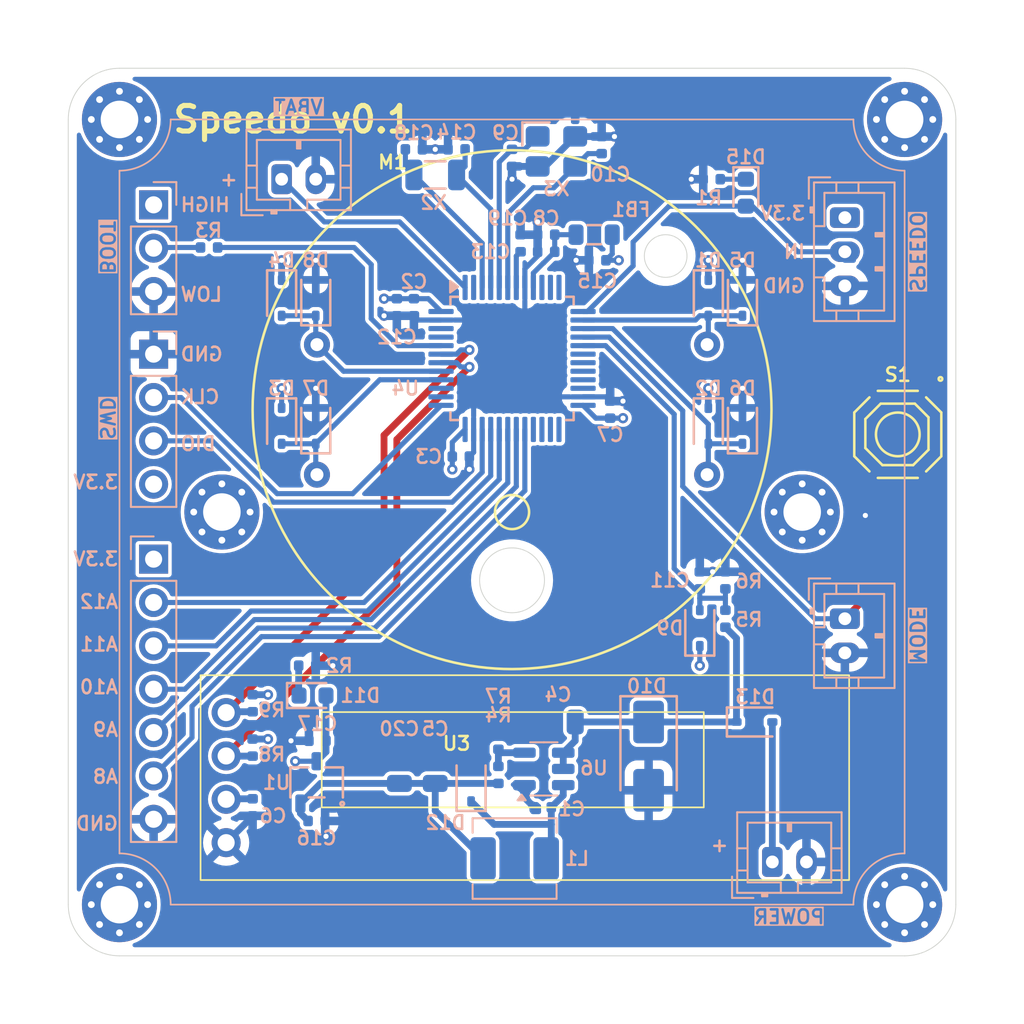
<source format=kicad_pcb>
(kicad_pcb (version 20240108) (generator "pcbnew") (generator_version "8.0")
  (layers (0 "F.Cu" signal) (1 "In1.Cu" signal) (2 "In2.Cu" signal) (31 "B.Cu" signal) (34 "B.Paste" user) (35 "F.Paste" user) (36 "B.SilkS" user "B.Silkscreen") (37 "F.SilkS" user "F.Silkscreen") (38 "B.Mask" user) (39 "F.Mask" user) (44 "Edge.Cuts" user))
  (net 0 "")
  (net 1 "M3")
  (net 2 "M1")
  (net 3 "M2")
  (net 4 "M4")
  (net 5 "+3.3V")
  (net 6 "+5V")
  (net 7 "GND")
  (net 15 "+12V")
  (net 16 "Net-(U6-SW)")
  (net 17 "Net-(U6-BST)")
  (net 18 "VOLTS")
  (net 20 "Net-(U4-PD0)")
  (net 21 "Net-(U4-PD1)")
  (net 24 "Net-(D11-Pad1)")
  (net 25 "SDA")
  (net 26 "SCK")
  (net 27 "SPEEDO")
  (net 28 "Net-(D15-Pad1)")
  (net 32 "Net-(U4-PC15)")
  (net 33 "Net-(U4-PC14)")
  (net 34 "Net-(J6-Pin_2)")
  (net 36 "MODE")
  (net 37 "Net-(U4-BOOT0)")
  (net 39 "+3.3VA")
  (net 40 "Net-(J1-Pin_2)")
  (net 41 "Net-(J1-Pin_3)")
  (net 42 "Net-(U4-NRST)")
  (net 43 "Net-(J5-Pin_1)")
  (net 44 "PA8")
  (net 45 "PA12")
  (net 46 "PA11")
  (net 47 "PA10")
  (net 48 "PA9")
  (net 53 "Net-(J4-Pin_1)")
  (net 54 "Net-(U6-FB)")
  (footprint "PCM_JLCPCB:SW-SMD_4P-L5.1-W5.1-P3.70-LS6.5-TL-2" (layer "F.Cu") (at 122.6 95.45 -90)
    (property "Reference" "S1")
    (property "Value" "Tactile Button, 160gf" (hide yes))
  )
  (footprint "MountingHole:MountingHole_2.2mm_M2_Pad_Via" (layer "F.Cu") (at 77 123)
    (property "Reference" "REF**" (hide yes))
    (property "Value" "MountingHole_2.2mm_M2_Pad_Via" (hide yes))
  )
  (footprint "MountingHole:MountingHole_2.2mm_M2_Pad_Via" (layer "F.Cu") (at 77 77)
    (property "Reference" "REF**" (hide yes))
    (property "Value" "MountingHole_2.2mm_M2_Pad_Via" (hide yes))
  )
  (footprint "footprints:X27_168" (layer "F.Cu") (at 100 100)
    (property "Reference" "M1")
    (property "Value" "X27_128" (hide yes))
  )
  (footprint "MountingHole:MountingHole_2.2mm_M2_Pad_Via" (layer "F.Cu") (at 117 100)
    (property "Reference" "REF**" (hide yes))
    (property "Value" "MountingHole_2.2mm_M2_Pad_Via" (hide yes))
  )
  (footprint "MountingHole:MountingHole_2.2mm_M2_Pad_Via" (layer "F.Cu") (at 123 77)
    (property "Reference" "REF**" (hide yes))
    (property "Value" "MountingHole_2.2mm_M2_Pad_Via" (hide yes))
  )
  (footprint "footprints:OLED_128_32" (layer "F.Cu") (at 81.75 109.56)
    (property "Reference" "U3")
    (property "Value" "OLED_128x32" (hide yes))
  )
  (footprint "MountingHole:MountingHole_2.2mm_M2_Pad_Via" (layer "F.Cu") (at 83 100)
    (property "Reference" "REF**" (hide yes))
    (property "Value" "MountingHole_2.2mm_M2_Pad_Via" (hide yes))
  )
  (footprint "MountingHole:MountingHole_2.2mm_M2_Pad_Via" (layer "F.Cu") (at 123 123)
    (property "Reference" "REF**" (hide yes))
    (property "Value" "MountingHole_2.2mm_M2_Pad_Via" (hide yes))
  )
  (footprint "PCM_JLCPCB:C_0402" (layer "B.Cu") (at 93.25 88 -90)
    (property "Reference" "C12")
    (property "Value" "10uF" (hide yes))
  )
  (footprint "PCM_JLCPCB:C_0402" (layer "B.Cu") (at 102 83.75 180)
    (property "Reference" "C8")
    (property "Value" "10nF" (hide yes))
  )
  (footprint "PCM_JLCPCB:C_0402" (layer "B.Cu") (at 111 104 90)
    (property "Reference" "C11")
    (property "Value" "100nF" (hide yes))
  )
  (footprint "PCM_JLCPCB:FB_0805" (layer "B.Cu") (at 104.81 83.75)
    (property "Reference" "FB1")
    (property "Value" "~" (hide yes))
  )
  (footprint "PCM_JLCPCB:R_0402" (layer "B.Cu") (at 84.8 111.2 -90)
    (property "Reference" "R9")
    (property "Value" "4.7kΩ" (hide yes))
  )
  (footprint "Connector_JST:JST_PH_B2B-PH-K_1x02_P2.00mm_Vertical" (layer "B.Cu") (at 86.5 80.5)
    (property "Reference" "J5" (hide yes))
    (property "Value" "VBAT" (hide yes))
  )
  (footprint "PCM_JLCPCB:D_0603" (layer "B.Cu") (at 113.7 81.29 -90)
    (property "Reference" "D15")
    (property "Value" "Red" (hide yes))
  )
  (footprint "PCM_JLCPCB:C_0402" (layer "B.Cu") (at 88.6 113.4 180)
    (property "Reference" "C17")
    (property "Value" "1uF" (hide yes))
  )
  (footprint "PCM_JLCPCB:C_0402" (layer "B.Cu") (at 102 84.75 180)
    (property "Reference" "C13")
    (property "Value" "1uF" (hide yes))
  )
  (footprint "PCM_JLCPCB:C_0402" (layer "B.Cu") (at 105 85.25 180)
    (property "Reference" "C15")
    (property "Value" "1uF" (hide yes))
  )
  (footprint "PCM_JLCPCB:R_0402" (layer "B.Cu") (at 99.2 113.4 90)
    (property "Reference" "R7")
    (property "Value" "2kΩ" (hide yes))
  )
  (footprint "Connector_JST:JST_PH_B2B-PH-K_1x02_P2.00mm_Vertical" (layer "B.Cu") (at 115.25 120.5)
    (property "Reference" "J4" (hide yes))
    (property "Value" "Power" (hide yes))
  )
  (footprint "PCM_JLCPCB:D_SOD-323" (layer "B.Cu") (at 113.5 87.45 90)
    (property "Reference" "D5")
    (property "Value" "1N5819WS" (hide yes))
  )
  (footprint "PCM_JLCPCB:C_0402" (layer "B.Cu") (at 96.75 78.75)
    (property "Reference" "C14")
    (property "Value" "15pF" (hide yes))
  )
  (footprint "PCM_JLCPCB:D_SOD-323" (layer "B.Cu") (at 111.5 87.45 -90)
    (property "Reference" "D1")
    (property "Value" "1N5819WS" (hide yes))
  )
  (footprint "PCM_JLCPCB:C_0402" (layer "B.Cu") (at 97 96.75)
    (property "Reference" "C3")
    (property "Value" "100nF" (hide yes))
  )
  (footprint "PCM_JLCPCB:C_0402" (layer "B.Cu") (at 105.75 94 90)
    (property "Reference" "C7")
    (property "Value" "100nF" (hide yes))
  )
  (footprint "PCM_JLCPCB:R_0402" (layer "B.Cu") (at 99.2 115.4 90)
    (property "Reference" "R4")
    (property "Value" "10kΩ" (hide yes))
  )
  (footprint "Connector_PinSocket_2.54mm:PinSocket_1x07_P2.54mm_Vertical" (layer "B.Cu") (at 79 102.76 180)
    (property "Reference" "J7" (hide yes))
    (property "Value" "Breakout" (hide yes))
  )
  (footprint "PCM_JLCPCB:D_SOD-323" (layer "B.Cu") (at 86.5 87.45 -90)
    (property "Reference" "D4")
    (property "Value" "1N5819WS" (hide yes))
  )
  (footprint "PCM_JLCPCB:R_0402" (layer "B.Cu") (at 82.25 84.5 180)
    (property "Reference" "R3")
    (property "Value" "10kΩ" (hide yes))
  )
  (footprint "PCM_JLCPCB:D_SOD-323" (layer "B.Cu") (at 88.5 94.95 90)
    (property "Reference" "D7")
    (property "Value" "1N5819WS" (hide yes))
  )
  (footprint "PCM_JLCPCB:R_0402" (layer "B.Cu") (at 111.7 80.5 180)
    (property "Reference" "R1")
    (property "Value" "51Ω" (hide yes))
  )
  (footprint "PCM_JLCPCB:C_0402" (layer "B.Cu") (at 105.25 78.5 -90)
    (property "Reference" "C10")
    (property "Value" "10pF" (hide yes))
  )
  (footprint "PCM_JLCPCB:D_SOD-323" (layer "B.Cu") (at 113.5 94.95 90)
    (property "Reference" "D6")
    (property "Value" "1N5819WS" (hide yes))
  )
  (footprint "Connector_PinHeader_2.54mm:PinHeader_1x04_P2.54mm_Vertical" (layer "B.Cu") (at 79 90.75 180)
    (property "Reference" "J1" (hide yes))
    (property "Value" "Debug" (hide yes))
  )
  (footprint "PCM_JLCPCB:LQFP-48_7x7mm_P0.5mm" (layer "B.Cu") (at 100 91 -90)
    (property "Reference" "U4")
    (property "Value" "STM32F103C8T6" (hide yes))
  )
  (footprint "PCM_JLCPCB:C_0402" (layer "B.Cu") (at 94.25 78.75 180)
    (property "Reference" "C18")
    (property "Value" "15pF" (hide yes))
  )
  (footprint "PCM_JLCPCB:D_SOD-323" (layer "B.Cu") (at 114.2 112.3)
    (property "Reference" "D13")
    (property "Value" "1N5819WS" (hide yes))
  )
  (footprint "PCM_JLCPCB:R_0402" (layer "B.Cu") (at 112.5 106.25 90)
    (property "Reference" "R5")
    (property "Value" "22kΩ" (hide yes))
  )
  (footprint "Connector_PinHeader_2.54mm:PinHeader_1x03_P2.54mm_Vertical" (layer "B.Cu") (at 79 82 180)
    (property "Reference" "J6" (hide yes))
    (property "Value" "BOOT" (hide yes))
  )
  (footprint "PCM_JLCPCB:FC-135R_L3.2-W1.5" (layer "B.Cu") (at 95.5 80.25 180)
    (property "Reference" "X2")
    (property "Value" "Q13FC1350000400" (hide yes))
  )
  (footprint "PCM_JLCPCB:R_0402" (layer "B.Cu") (at 112.5 104 90)
    (property "Reference" "R6")
    (property "Value" "4.7kΩ" (hide yes))
  )
  (footprint "PCM_JLCPCB:D_SOD-323" (layer "B.Cu") (at 97.6 115.9 90)
    (property "Reference" "D12")
    (property "Value" "1N5819WS" (hide yes))
  )
  (footprint "PCM_JLCPCB:D_0603" (layer "B.Cu") (at 88.31 110.75)
    (property "Reference" "D11")
    (property "Value" "Red" (hide yes))
  )
  (footprint "PCM_JLCPCB:R_0402" (layer "B.Cu") (at 84.8 113.8 -90)
    (property "Reference" "R8")
    (property "Value" "4.7kΩ" (hide yes))
  )
  (footprint "PCM_JLCPCB:C_0805" (layer "B.Cu") (at 93.4 114.95 90)
    (property "Reference" "C20")
    (property "Value" "22uF" (hide yes))
  )
  (footprint "Connector_JST:JST_PH_B2B-PH-K_1x02_P2.00mm_Vertical" (layer "B.Cu") (at 119.5 106.25 -90)
    (property "Reference" "J2" (hide yes))
    (property "Value" "Mode" (hide yes))
  )
  (footprint "Connector_JST:JST_PH_B3B-PH-K_1x03_P2.00mm_Vertical" (layer "B.Cu") (at 119.5 82.75 -90)
    (property "Reference" "J3" (hide yes))
    (property "Value" "Speedo" (hide yes))
  )
  (footprint "PCM_JLCPCB:SOT-23-3_L2.9-W1.6-P1.90-LS2.8-BR" (layer "B.Cu") (at 88.55 115.84 -90)
    (property "Reference" "U1")
    (property "Value" "XC6206P332MR" (hide yes))
  )
  (footprint "PCM_JLCPCB:C_0402" (layer "B.Cu") (at 100.5 84.25 -90)
    (property "Reference" "C19")
    (property "Value" "100nF" (hide yes))
  )
  (footprint "Inductor_SMD:L_Sunlord_MWSA0402S" (layer "B.Cu") (at 100.15 120.3 180)
    (property "Reference" "L1")
    (property "Value" "FXL0420-100-M" (hide yes))
  )
  (footprint "PCM_JLCPCB:D_SOD-323" (layer "B.Cu") (at 111 106.8 90)
    (property "Reference" "D9")
    (property "Value" "1N5819WS" (hide yes))
  )
  (footprint "Package_TO_SOT_SMD:SOT-23-6" (layer "B.Cu") (at 101.8625 115.05)
    (property "Reference" "U6")
    (property "Value" "LGS5145" (hide yes))
  )
  (footprint "PCM_JLCPCB:D_SMA" (layer "B.Cu") (at 108 114.3 -90)
    (property "Reference" "D10")
    (property "Value" "SMAJ16A" (hide yes))
  )
  (footprint "PCM_JLCPCB:C_0402" (layer "B.Cu") (at 84.8 117.3 -90)
    (property "Reference" "C6")
    (property "Value" "100nF" (hide yes))
  )
  (footprint "PCM_JLCPCB:C_0402" (layer "B.Cu") (at 94.25 88 -90)
    (property "Reference" "C2")
    (property "Value" "100nF" (hide yes))
  )
  (footprint "PCM_JLCPCB:D_SOD-323" (layer "B.Cu") (at 111.5 94.95 -90)
    (property "Reference" "D2")
    (property "Value" "1N5819WS" (hide yes))
  )
  (footprint "PCM_JLCPCB:D_SOD-323" (layer "B.Cu") (at 88.5 87.45 90)
    (property "Reference" "D8")
    (property "Value" "1N5819WS" (hide yes))
  )
  (footprint "PCM_JLCPCB:C_0402" (layer "B.Cu") (at 101.8 117.3)
    (property "Reference" "C1")
    (property "Value" "100nF" (hide yes))
  )
  (footprint "PCM_JLCPCB:C_0805" (layer "B.Cu") (at 95.5 114.95 90)
    (property "Reference" "C5")
    (property "Value" "10uF" (hide yes))
  )
  (footprint "PCM_JLCPCB:R_0402" (layer "B.Cu") (at 88 109)
    (property "Reference" "R2")
    (property "Value" "51Ω" (hide yes))
  )
  (footprint "PCM_JLCPCB:D_SOD-323" (layer "B.Cu") (at 86.5 94.95 -90)
    (property "Reference" "D3")
    (property "Value" "1N5819WS" (hide yes))
  )
  (footprint "PCM_JLCPCB:C_0402" (layer "B.Cu") (at 100 79.25 90)
    (property "Reference" "C9")
    (property "Value" "10pF" (hide yes))
  )
  (footprint "PCM_JLCPCB:C_0402" (layer "B.Cu") (at 88.55 118.1)
    (property "Reference" "C16")
    (property "Value" "1uF" (hide yes))
  )
  (footprint "PCM_JLCPCB:OSC-SMD_4P-L3.2-W2.5-BL" (layer "B.Cu") (at 102.6 78.87)
    (property "Reference" "X3")
    (property "Value" "X322516MLB4SI" (hide yes))
  )
  (footprint "PCM_JLCPCB:C_0805" (layer "B.Cu") (at 102.75 112.3 180)
    (property "Reference" "C4")
    (property "Value" "10uF" (hide yes))
  )
  (gr_arc (start 77 120) (mid 79.12132 120.87868) (end 80 123) (stroke (width 0.1)) (layer "B.SilkS"))
  (gr_line (start 119.999999 122.999999) (end 80 123) (stroke (width 0.1)) (layer "B.SilkS"))
  (gr_arc (start 80.000001 77.000001) (mid 79.121321 79.121321) (end 77.000001 80.000001) (stroke (width 0.1)) (layer "B.SilkS"))
  (gr_line (start 77 120) (end 77.000001 80.000001) (stroke (width 0.1)) (layer "B.SilkS"))
  (gr_line (start 122.999999 80.000001) (end 122.999999 119.999999) (stroke (width 0.1)) (layer "B.SilkS"))
  (gr_arc (start 122.999999 80.000001) (mid 120.878679 79.121321) (end 119.999999 77.000001) (stroke (width 0.1)) (layer "B.SilkS"))
  (gr_arc (start 119.999999 122.999999) (mid 120.878679 120.878679) (end 122.999999 119.999999) (stroke (width 0.1)) (layer "B.SilkS"))
  (gr_line (start 80.000001 77.000001) (end 119.999999 77.000001) (stroke (width 0.1)) (layer "B.SilkS"))
  (gr_line (start 77 74) (end 123 74) (stroke (width 0.05)) (layer "Edge.Cuts"))
  (gr_arc (start 123 74) (mid 125.12132 74.87868) (end 126 77) (stroke (width 0.05)) (layer "Edge.Cuts"))
  (gr_line (start 74 123) (end 74 77) (stroke (width 0.05)) (layer "Edge.Cuts"))
  (gr_line (start 126 77) (end 126 123) (stroke (width 0.05)) (layer "Edge.Cuts"))
  (gr_circle (center 109 85) (end 108.25 84) (stroke (width 0.05)) (fill none) (layer "Edge.Cuts"))
  (gr_circle (center 100 104) (end 101.9 104) (stroke (width 0.05)) (fill none) (layer "Edge.Cuts"))
  (gr_arc (start 126 123) (mid 125.12132 125.12132) (end 123 126) (stroke (width 0.05)) (layer "Edge.Cuts"))
  (gr_arc (start 74 77) (mid 74.87868 74.87868) (end 77 74) (stroke (width 0.05)) (layer "Edge.Cuts"))
  (gr_arc (start 77 126) (mid 74.87868 125.12132) (end 74 123) (stroke (width 0.05)) (layer "Edge.Cuts"))
  (gr_line (start 123 126) (end 77 126) (stroke (width 0.05)) (layer "Edge.Cuts"))
  (gr_text "POWER" (at 116.25 123.25 0) (layer "B.SilkS" knockout) (effects (font (size 0.8 0.8)) (justify top mirror)))
  (gr_text "DIO" (at 80.5 96 0) (layer "B.SilkS") (effects (font (size 0.8 0.8)) (justify right mirror)))
  (gr_text "MODE" (at 123.25 107.25 270) (layer "B.SilkS" knockout) (effects (font (size 0.8 0.8)) (justify bottom mirror)))
  (gr_text "LOW" (at 80.5 87.25 0) (layer "B.SilkS") (effects (font (size 0.8 0.8) (thickness 0.15) (bold yes)) (justify right mirror)))
  (gr_text "HIGH" (at 80.5 82 0) (layer "B.SilkS") (effects (font (size 0.8 0.8) (thickness 0.15) (bold yes)) (justify right mirror)))
  (gr_text "A8" (at 77 115.5 0) (layer "B.SilkS") (effects (font (size 0.8 0.8)) (justify left mirror)))
  (gr_text "A10" (at 77 110.25 0) (layer "B.SilkS") (effects (font (size 0.8 0.8)) (justify left mirror)))
  (gr_text "SPEEDO" (at 123.25 84.75 270) (layer "B.SilkS" knockout) (effects (font (size 0.8 0.8)) (justify bottom mirror)))
  (gr_text "+" (at 84 80.5 0) (layer "B.SilkS") (effects (font (size 0.8 0.8)) (justify left mirror)))
  (gr_text "A11" (at 77 107.75 0) (layer "B.SilkS") (effects (font (size 0.8 0.8)) (justify left mirror)))
  (gr_text "BOOT" (at 76.75 84.5 270) (layer "B.SilkS" knockout) (effects (font (size 0.8 0.8)) (justify top mirror)))
  (gr_text "CLK" (at 80.5 93.25 0) (layer "B.SilkS") (effects (font (size 0.8 0.8)) (justify right mirror)))
  (gr_text "A9" (at 77 112.75 0) (layer "B.SilkS") (effects (font (size 0.8 0.8)) (justify left mirror)))
  (gr_text "IN" (at 117.25 84.75 0) (layer "B.SilkS") (effects (font (size 0.8 0.8)) (justify left mirror)))
  (gr_text "GND" (at 80.5 90.75 0) (layer "B.SilkS") (effects (font (size 0.8 0.8)) (justify right mirror)))
  (gr_text "GND" (at 77 118.25 0) (layer "B.SilkS") (effects (font (size 0.8 0.8)) (justify left mirror)))
  (gr_text "A12" (at 77 105.25 0) (layer "B.SilkS") (effects (font (size 0.8 0.8)) (justify left mirror)))
  (gr_text "VBAT" (at 87.5 76.75 0) (layer "B.SilkS" knockout) (effects (font (size 0.8 0.8)) (justify bottom mirror)))
  (gr_text "GND" (at 117.25 86.75 0) (layer "B.SilkS") (effects (font (size 0.8 0.8)) (justify left mirror)))
  (gr_text "3.3V" (at 77 98.25 0) (layer "B.SilkS") (effects (font (size 0.8 0.8)) (justify left mirror)))
  (gr_text "3.3V" (at 77 102.75 0) (layer "B.SilkS") (effects (font (size 0.8 0.8)) (justify left mirror)))
  (gr_text "3.3V" (at 117.25 82.5 0) (layer "B.SilkS") (effects (font (size 0.8 0.8)) (justify left mirror)))
  (gr_text "SWD" (at 76.75 94.5 270) (layer "B.SilkS" knockout) (effects (font (size 0.8 0.8)) (justify top mirror)))
  (gr_text "+" (at 112.75 119.5 0) (layer "B.SilkS") (effects (font (size 0.8 0.8)) (justify left mirror)))
  (gr_text "Speedo v0.1" (at 80 77 0) (layer "F.SilkS") (effects (font (size 1.5 1.5) (thickness 0.3) (bold yes)) (justify left)))
  (segment (start 111.5 88.5) (end 111.5 90.12) (width 0.3) (layer "B.Cu") (net 1))
  (segment (start 111 88.5) (end 110.75 88.75) (width 0.3) (layer "B.Cu") (net 1))
  (segment (start 113.5 88.5) (end 111.5 88.5) (width 0.3) (layer "B.Cu") (net 1))
  (segment (start 111.5 90.12) (end 111.43 90.19) (width 0.3) (layer "B.Cu") (net 1))
  (segment (start 111.5 88.5) (end 111 88.5) (width 0.3) (layer "B.Cu") (net 1))
  (segment (start 110.75 88.75) (end 104.16 88.75) (width 0.3) (layer "B.Cu") (net 1))
  (segment (start 88.5 97.74) (end 88.57 97.81) (width 0.3) (layer "B.Cu") (net 2))
  (segment (start 92.25 92.25) (end 88.5 96) (width 0.3) (layer "B.Cu") (net 2))
  (segment (start 88.5 96) (end 88.5 97.74) (width 0.3) (layer "B.Cu") (net 2))
  (segment (start 95.84 92.25) (end 92.25 92.25) (width 0.3) (layer "B.Cu") (net 2))
  (segment (start 86.5 96) (end 88.5 96) (width 0.3) (layer "B.Cu") (net 2))
  (segment (start 88.5 88.5) (end 88.5 90.12) (width 0.3) (layer "B.Cu") (net 3))
  (segment (start 95.84 91.75) (end 90.13 91.75) (width 0.3) (layer "B.Cu") (net 3))
  (segment (start 88.5 90.12) (end 88.57 90.19) (width 0.3) (layer "B.Cu") (net 3))
  (segment (start 90.13 91.75) (end 88.57 90.19) (width 0.3) (layer "B.Cu") (net 3))
  (segment (start 86.5 88.5) (end 88.5 88.5) (width 0.3) (layer "B.Cu") (net 3))
  (segment (start 111.5 96) (end 111.5 97.74) (width 0.3) (layer "B.Cu") (net 4))
  (segment (start 111.5 96) (end 113.5 96) (width 0.3) (layer "B.Cu") (net 4))
  (segment (start 104.16 89.25) (end 105.892808 89.25) (width 0.3) (layer "B.Cu") (net 4))
  (segment (start 111.5 97.74) (end 111.43 97.81) (width 0.3) (layer "B.Cu") (net 4))
  (segment (start 111.5 94.857192) (end 111.5 96) (width 0.3) (layer "B.Cu") (net 4))
  (segment (start 105.892808 89.25) (end 111.5 94.857192) (width 0.3) (layer "B.Cu") (net 4))
  (via (at 111.5 92.75) (size 0.6) (drill 0.3) (layers "F.Cu" "B.Cu") (net 5))
  (via (at 86.5 85.25) (size 0.6) (drill 0.3) (layers "F.Cu" "B.Cu") (net 5))
  (via (at 92.5 87.5) (size 0.6) (drill 0.3) (layers "F.Cu" "B.Cu") (net 5))
  (via (at 87.3 114.6) (size 0.6) (drill 0.3) (layers "F.Cu" "B.Cu") (net 5))
  (via (at 85.7 110.7) (size 0.6) (drill 0.3) (layers "F.Cu" "B.Cu") (net 5))
  (via (at 96.5 97.5) (size 0.6) (drill 0.3) (layers "F.Cu" "B.Cu") (net 5))
  (via (at 106.25 85.25) (size 0.6) (drill 0.3) (layers "F.Cu" "B.Cu") (net 5))
  (via (at 86.5 92.75) (size 0.6) (drill 0.3) (layers "F.Cu" "B.Cu") (net 5))
  (via (at 111.5 85.25) (size 0.6) (drill 0.3) (layers "F.Cu" "B.Cu") (net 5))
  (via (at 85.7 113.3) (size 0.6) (drill 0.3) (layers "F.Cu" "B.Cu") (net 5))
  (via (at 111 109) (size 0.6) (drill 0.3) (layers "F.Cu" "B.Cu") (net 5))
  (via (at 106.5 94.5) (size 0.6) (drill 0.3) (layers "F.Cu" "B.Cu") (net 5))
  (segment (start 89.1 114.05) (end 88.55 114.6) (width 0.4) (layer "B.Cu") (net 5))
  (segment (start 96.5 96.75) (end 96.5 97.5) (width 0.3) (layer "B.Cu") (net 5))
  (segment (start 105.87 84.88) (end 105.5 85.25) (width 0.3) (layer "B.Cu") (net 5))
  (segment (start 95.09 87.5) (end 94.25 87.5) (width 0.3) (layer "B.Cu") (net 5))
  (segment (start 86.5 93.9) (end 86.5 92.75) (width 0.3) (layer "B.Cu") (net 5))
  (segment (start 84.8 116.8) (end 83.28 116.8) (width 0.4) (layer "B.Cu") (net 5))
  (segment (start 89.1 110.75) (end 89.1 113.6) (width 0.4) (layer "B.Cu") (net 5))
  (segment (start 89.1 113.6) (end 89.1 114.05) (width 0.4) (layer "B.Cu") (net 5))
  (segment (start 86.5 86.4) (end 86.5 86.5) (width 0.4) (layer "B.Cu") (net 5))
  (segment (start 93.25 87.5) (end 92.5 87.5) (width 0.3) (layer "B.Cu") (net 5))
  (segment (start 104.91 94.5) (end 104.16 93.75) (width 0.3) (layer "B.Cu") (net 5))
  (segment (start 95.84 88.25) (end 95.09 87.5) (width 0.3) (layer "B.Cu") (net 5))
  (segment (start 105.5 85.25) (end 106.25 85.25) (width 0.3) (layer "B.Cu") (net 5))
  (segment (start 105.87 83.75) (end 105.87 84.88) (width 0.3) (layer "B.Cu") (net 5))
  (segment (start 88.55 114.6) (end 87.3 114.6) (width 0.3) (layer "B.Cu") (net 5))
  (segment (start 86.5 86.4) (end 86.5 85.25) (width 0.4) (layer "B.Cu") (net 5))
  (segment (start 84.8 110.7) (end 85.7 110.7) (width 0.4) (layer "B.Cu") (net 5))
  (segment (start 111 107.85) (end 111 109) (width 0.3) (layer "B.Cu") (net 5))
  (segment (start 105.75 94.5) (end 104.91 94.5) (width 0.3) (layer "B.Cu") (net 5))
  (segment (start 96.5 95.91) (end 97.25 95.16) (width 0.3) (layer "B.Cu") (net 5))
  (segment (start 84.8 113.3) (end 85.7 113.3) (width 0.4) (layer "B.Cu") (net 5))
  (segment (start 111.5 86.4) (end 111.5 85.25) (width 0.4) (layer "B.Cu") (net 5))
  (segment (start 96.5 96.75) (end 96.5 95.91) (width 0.3) (layer "B.Cu") (net 5))
  (segment (start 105.75 94.5) (end 106.5 94.5) (width 0.3) (layer "B.Cu") (net 5))
  (segment (start 83.28 116.8) (end 83.25 116.83) (width 0.4) (layer "B.Cu") (net 5))
  (segment (start 94.25 87.5) (end 93.25 87.5) (width 0.3) (layer "B.Cu") (net 5))
  (segment (start 111.5 93.9) (end 111.5 92.75) (width 0.4) (layer "B.Cu") (net 5))
  (segment (start 87.6 117.65) (end 88.05 118.1) (width 0.4) (layer "B.Cu") (net 6))
  (segment (start 99.2 115.9) (end 95.5 115.9) (width 0.4) (layer "B.Cu") (net 6))
  (segment (start 93.4 115.9) (end 88.78 115.9) (width 0.4) (layer "B.Cu") (net 6))
  (segment (start 95.5 115.9) (end 95.5 117.5) (width 0.4) (layer "B.Cu") (net 6))
  (segment (start 87.6 117.08) (end 87.6 117.65) (width 0.4) (layer "B.Cu") (net 6))
  (segment (start 95.5 117.5) (end 98.3 120.3) (width 0.4) (layer "B.Cu") (net 6))
  (segment (start 88.78 115.9) (end 87.6 117.08) (width 0.4) (layer "B.Cu") (net 6))
  (segment (start 95.5 115.9) (end 93.4 115.9) (width 0.4) (layer "B.Cu") (net 6))
  (segment (start 120.75 100.15) (end 120.7 100.2) (width 0.4) (layer "F.Cu") (net 7))
  (segment (start 120.75 98.75) (end 120.75 100.15) (width 0.4) (layer "F.Cu") (net 7))
  (via (at 97.5 97.5) (size 0.6) (drill 0.3) (layers "F.Cu" "B.Cu") (net 7))
  (via (at 89.1 119) (size 0.6) (drill 0.3) (layers "F.Cu" "B.Cu") (net 7))
  (via (at 113.5 85.25) (size 0.6) (drill 0.3) (layers "F.Cu" "B.Cu") (net 7))
  (via (at 92.5 88.5) (size 0.6) (drill 0.3) (layers "F.Cu" "B.Cu") (net 7))
  (via (at 100 80.5) (size 0.6) (drill 0.3) (layers "F.Cu" "B.Cu") (net 7))
  (via (at 89.5 109) (size 0.6) (drill 0.3) (layers "F.Cu" "B.Cu") (net 7))
  (via (at 95.5 78.75) (size 0.6) (drill 0.3) (layers "F.Cu" "B.Cu") (net 7))
  (via (at 110.5 80.5) (size 0.6) (drill 0.3) (layers "F.Cu" "B.Cu") (net 7))
  (via (at 88.5 92.75) (size 0.6) (drill 0.3) (layers "F.Cu" "B.Cu") (net 7))
  (via (at 120.7 100.2) (size 0.6) (drill 0.3) (layers "F.Cu" "B.Cu") (net 7))
  (via (at 101.5 83) (size 0.6) (drill 0.3) (layers "F.Cu" "B.Cu") (net 7))
  (via (at 106.5 93.5) (size 0.6) (drill 0.3) (layers "F.Cu" "B.Cu") (net 7))
  (via (at 88.5 85.25) (size 0.6) (drill 0.3) (layers "F.Cu" "B.Cu") (net 7))
  (via (at 113.5 92.75) (size 0.6) (drill 0.3) (layers "F.Cu" "B.Cu") (net 7))
  (via (at 111.75 103.5) (size 0.6) (drill 0.3) (layers "F.Cu" "B.Cu") (net 7))
  (via (at 106 78) (size 0.6) (drill 0.3) (layers "F.Cu" "B.Cu") (net 7))
  (via (at 87.05 113.4) (size 0.6) (drill 0.3) (layers "F.Cu" "B.Cu") (net 7))
  (via (at 103.75 85.25) (size 0.6) (drill 0.3) (layers "F.Cu" "B.Cu") (net 7))
  (segment (start 94.75 78.75) (end 95.5 78.75) (width 0.3) (layer "B.Cu") (net 7))
  (segment (start 101.5 79.75) (end 100 79.75) (width 0.4) (layer "B.Cu") (net 7))
  (segment (start 97.5 96.75) (end 97.75 96.5) (width 0.3) (layer "B.Cu") (net 7))
  (segment (start 105.5 93.25) (end 105.75 93.5) (width 0.3) (layer "B.Cu") (net 7))
  (segment (start 94.25 88.5) (end 93.25 88.5) (width 0.3) (layer "B.Cu") (net 7))
  (segment (start 101.94 79.75) (end 103.7 77.99) (width 0.4) (layer "B.Cu") (net 7))
  (segment (start 84.8 117.8) (end 84.8 117.82) (width 0.4) (layer "B.Cu") (net 7))
  (segment (start 95.84 88.75) (end 94.5 88.75) (width 0.3) (layer "B.Cu") (net 7))
  (segment (start 105.75 93.5) (end 106.5 93.5) (width 0.3) (layer "B.Cu") (net 7))
  (segment (start 100 79.75) (end 100 80.5) (width 0.4) (layer "B.Cu") (net 7))
  (segment (start 104.16 93.25) (end 105.5 93.25) (width 0.3) (layer "B.Cu") (net 7))
  (segment (start 105.25 78) (end 103.71 78) (width 0.4) (layer "B.Cu") (net 7))
  (segment (start 93.25 88.5) (end 92.5 88.5) (width 0.3) (layer "B.Cu") (net 7))
  (segment (start 97.75 96.5) (end 97.75 95.16) (width 0.3) (layer "B.Cu") (net 7))
  (segment (start 88.5 109) (end 89.5 109) (width 0.4) (layer "B.Cu") (net 7))
  (segment (start 89.05 117.53) (end 89.5 117.08) (width 0.4) (layer "B.Cu") (net 7))
  (segment (start 94.5 88.75) (end 94.25 88.5) (width 0.3) (layer "B.Cu") (net 7))
  (segment (start 113.5 86.4) (end 113.5 85.25) (width 0.4) (layer "B.Cu") (net 7))
  (segment (start 96.25 78.75) (end 95.5 78.75) (width 0.3) (layer "B.Cu") (net 7))
  (segment (start 101.5 84.75) (end 101.5 85) (width 0.3) (layer "B.Cu") (net 7))
  (segment (start 89.05 118.1) (end 89.05 118.95) (width 0.4) (layer "B.Cu") (net 7))
  (segment (start 113.5 93.9) (end 113.5 92.75) (width 0.4) (layer "B.Cu") (net 7))
  (segment (start 100.75 85.75) (end 100.75 86.84) (width 0.3) (layer "B.Cu") (net 7))
  (segment (start 88.5 86.4) (end 88.5 85.25) (width 0.3) (layer "B.Cu") (net 7))
  (segment (start 104.5 85.25) (end 103.75 85.25) (width 0.3) (layer "B.Cu") (net 7))
  (segment (start 88.05 113.4) (end 87.05 113.4) (width 0.4) (layer "B.Cu") (net 7))
  (segment (start 101.5 85) (end 100.75 85.75) (width 0.3) (layer "B.Cu") (net 7))
  (segment (start 111 103.5) (end 111.75 103.5) (width 0.4) (layer "B.Cu") (net 7))
  (segment (start 101.5 83.75) (end 100.5 83.75) (width 0.3) (layer "B.Cu") (net 7))
  (segment (start 84.8 117.82) (end 83.25 119.37) (width 0.4) (layer "B.Cu") (net 7))
  (segment (start 111.25 80.5) (end 110.5 80.5) (width 0.3) (layer "B.Cu") (net 7))
  (segment (start 88.5 93.9) (end 88.5 92.75) (width 0.3) (layer "B.Cu") (net 7))
  (segment (start 89.05 118.1) (end 89.05 117.53) (width 0.4) (layer "B.Cu") (net 7))
  (segment (start 101.5 84.75) (end 101.5 83.75) (width 0.3) (layer "B.Cu") (net 7))
  (segment (start 97.5 96.75) (end 97.5 97.5) (width 0.3) (layer "B.Cu") (net 7))
  (segment (start 101.5 79.75) (end 101.94 79.75) (width 0.4) (layer "B.Cu") (net 7))
  (segment (start 112.5 103.5) (end 111.75 103.5) (width 0.4) (layer "B.Cu") (net 7))
  (segment (start 103.71 78) (end 103.7 77.99) (width 0.4) (layer "B.Cu") (net 7))
  (segment (start 105.25 78) (end 106 78) (width 0.4) (layer "B.Cu") (net 7))
  (segment (start 101.5 83.75) (end 101.5 83) (width 0.3) (layer "B.Cu") (net 7))
  (segment (start 89.05 118.95) (end 89.1 119) (width 0.4) (layer "B.Cu") (net 7))
  (segment (start 103.7 113.4) (end 103 114.1) (width 0.4) (layer "B.Cu") (net 15))
  (segment (start 108 112.3) (end 103.7 112.3) (width 0.4) (layer "B.Cu") (net 15))
  (segment (start 103.7 112.3) (end 103.7 113.4) (width 0.4) (layer "B.Cu") (net 15))
  (segment (start 113.15 107.4) (end 113.15 112.3) (width 0.4) (layer "B.Cu") (net 15))
  (segment (start 103 114.1) (end 103 115.05) (width 0.4) (layer "B.Cu") (net 15))
  (segment (start 113.15 112.3) (end 108 112.3) (width 0.4) (layer "B.Cu") (net 15))
  (segment (start 113.15 107.4) (end 112.5 106.75) (width 0.4) (layer "B.Cu") (net 15))
  (segment (start 97.6 116.95) (end 98.95 118.3) (width 0.4) (layer "B.Cu") (net 16))
  (segment (start 103 116.6) (end 102.3 117.3) (width 0.4) (layer "B.Cu") (net 16))
  (segment (start 103 116) (end 103 116.6) (width 0.4) (layer "B.Cu") (net 16))
  (segment (start 102.3 120) (end 102 120.3) (width 0.4) (layer "B.Cu") (net 16))
  (segment (start 98.95 118.3) (end 102.3 118.3) (width 0.4) (layer "B.Cu") (net 16))
  (segment (start 102.3 118.3) (end 102.3 120) (width 0.4) (layer "B.Cu") (net 16))
  (segment (start 102.3 117.3) (end 102.3 118.3) (width 0.4) (layer "B.Cu") (net 16))
  (segment (start 100.725 116.725) (end 101.3 117.3) (width 0.4) (layer "B.Cu") (net 17))
  (segment (start 100.725 116) (end 100.725 116.725) (width 0.4) (layer "B.Cu") (net 17))
  (segment (start 110.690001 104.5) (end 109.5 103.309999) (width 0.3) (layer "B.Cu") (net 18))
  (segment (start 112.5 105.05) (end 112.5 105.75) (width 0.3) (layer "B.Cu") (net 18))
  (segment (start 109.5 103.309999) (end 109.5 94.271404) (width 0.3) (layer "B.Cu") (net 18))
  (segment (start 112.5 104.5) (end 112.5 105.05) (width 0.3) (layer "B.Cu") (net 18))
  (segment (start 111 105.05) (end 111 105.75) (width 0.3) (layer "B.Cu") (net 18))
  (segment (start 112.5 105.05) (end 111 105.05) (width 0.3) (layer "B.Cu") (net 18))
  (segment (start 105.478596 90.25) (end 104.16 90.25) (width 0.3) (layer "B.Cu") (net 18))
  (segment (start 109.5 94.271404) (end 105.478596 90.25) (width 0.3) (layer "B.Cu") (net 18))
  (segment (start 111 104.5) (end 110.690001 104.5) (width 0.3) (layer "B.Cu") (net 18))
  (segment (start 111 104.5) (end 111 105.05) (width 0.3) (layer "B.Cu") (net 18))
  (segment (start 99.993154 78.75) (end 100 78.75) (width 0.3) (layer "B.Cu") (net 20))
  (segment (start 100.74 78.75) (end 101.5 77.99) (width 0.3) (layer "B.Cu") (net 20))
  (segment (start 100 78.75) (end 100.74 78.75) (width 0.3) (layer "B.Cu") (net 20))
  (segment (start 99.25 79.493154) (end 99.993154 78.75) (width 0.3) (layer "B.Cu") (net 20))
  (segment (start 99.25 86.84) (end 99.25 79.493154) (width 0.3) (layer "B.Cu") (net 20))
  (segment (start 103.7 79.75) (end 102.45 81) (width 0.3) (layer "B.Cu") (net 21))
  (segment (start 101.25 81) (end 99.75 82.5) (width 0.3) (layer "B.Cu") (net 21))
  (segment (start 99.75 82.5) (end 99.75 86.84) (width 0.3) (layer "B.Cu") (net 21))
  (segment (start 102.45 81) (end 101.25 81) (width 0.3) (layer "B.Cu") (net 21))
  (segment (start 105.25 79) (end 104.45 79) (width 0.3) (layer "B.Cu") (net 21))
  (segment (start 104.45 79) (end 103.7 79.75) (width 0.3) (layer "B.Cu") (net 21))
  (segment (start 87.5 109) (end 87.5 110.73) (width 0.4) (layer "B.Cu") (net 24))
  (segment (start 92.5 102.5) (end 83.25 111.75) (width 0.4) (layer "F.Cu") (net 25))
  (segment (start 97.5 90.5) (end 92.5 95.5) (width 0.4) (layer "F.Cu") (net 25))
  (segment (start 92.5 95.5) (end 92.5 102.5) (width 0.4) (layer "F.Cu") (net 25))
  (via (at 97.5 90.5) (size 0.6) (drill 0.3) (layers "F.Cu" "B.Cu") (net 25))
  (segment (start 83.3 111.7) (end 83.25 111.75) (width 0.4) (layer "B.Cu") (net 25))
  (segment (start 97 90.5) (end 97.5 90.5) (width 0.3) (layer "B.Cu") (net 25))
  (segment (start 84.8 111.7) (end 83.3 111.7) (width 0.4) (layer "B.Cu") (net 25))
  (segment (start 95.84 90.75) (end 96.75 90.75) (width 0.3) (layer "B.Cu") (net 25))
  (segment (start 96.75 90.75) (end 97 90.5) (width 0.3) (layer "B.Cu") (net 25))
  (segment (start 93.25 104.25) (end 93.25 103.7) (width 0.4) (layer "F.Cu") (net 26))
  (segment (start 97.5 91.5) (end 93.25 95.75) (width 0.4) (layer "F.Cu") (net 26))
  (segment (start 83.25 114.25) (end 93.25 104.25) (width 0.4) (layer "F.Cu") (net 26))
  (segment (start 83.25 114.29) (end 83.25 114.25) (width 0.4) (layer "F.Cu") (net 26))
  (segment (start 93.25 95.75) (end 93.25 103.7) (width 0.4) (layer "F.Cu") (net 26))
  (via (at 97.5 91.5) (size 0.6) (drill 0.3) (layers "F.Cu" "B.Cu") (net 26))
  (segment (start 96.75 91.25) (end 97 91.5) (width 0.3) (layer "B.Cu") (net 26))
  (segment (start 97 91.5) (end 97.5 91.5) (width 0.3) (layer "B.Cu") (net 26))
  (segment (start 84.8 114.3) (end 83.26 114.3) (width 0.4) (layer "B.Cu") (net 26))
  (segment (start 83.26 114.3) (end 83.25 114.29) (width 0.4) (layer "B.Cu") (net 26))
  (segment (start 95.84 91.25) (end 96.75 91.25) (width 0.3) (layer "B.Cu") (net 26))
  (segment (start 113.75 82.08) (end 109.193407 82.08) (width 0.3) (layer "B.Cu") (net 27))
  (segment (start 116.75 84.75) (end 119.5 84.75) (width 0.3) (layer "B.Cu") (net 27))
  (segment (start 109.193407 82.08) (end 107.093272 84.180135) (width 0.3) (layer "B.Cu") (net 27))
  (segment (start 107.093272 84.180135) (end 107.093272 85.575967) (width 0.3) (layer "B.Cu") (net 27))
  (segment (start 107.093272 85.575967) (end 104.419239 88.25) (width 0.3) (layer "B.Cu") (net 27))
  (segment (start 119.5 85.25) (end 120 85.25) (width 0.3) (layer "B.Cu") (net 27))
  (segment (start 104.419239 88.25) (end 104.16 88.25) (width 0.3) (layer "B.Cu") (net 27))
  (segment (start 114.08 82.08) (end 116.75 84.75) (width 0.3) (layer "B.Cu") (net 27))
  (segment (start 113.75 82.08) (end 114.08 82.08) (width 0.3) (layer "B.Cu") (net 27))
  (segment (start 113.75 80.5) (end 112.25 80.5) (width 0.3) (layer "B.Cu") (net 28))
  (segment (start 97.25 78.75) (end 97.25 79.75) (width 0.3) (layer "B.Cu") (net 32))
  (segment (start 97.25 79.75) (end 96.75 80.25) (width 0.3) (layer "B.Cu") (net 32))
  (segment (start 98.75 84.25) (end 98.75 86.84) (width 0.3) (layer "B.Cu") (net 32))
  (segment (start 96.75 80.25) (end 98.75 82.25) (width 0.3) (layer "B.Cu") (net 32))
  (segment (start 98.75 82.25) (end 98.75 84.25) (width 0.3) (layer "B.Cu") (net 32))
  (segment (start 94.25 80.25) (end 98.25 84.25) (width 0.3) (layer "B.Cu") (net 33))
  (segment (start 98.25 84.25) (end 98.25 86.84) (width 0.3) (layer "B.Cu") (net 33))
  (segment (start 93.75 79.75) (end 94.25 80.25) (width 0.3) (layer "B.Cu") (net 33))
  (segment (start 93.75 78.75) (end 93.75 79.75) (width 0.3) (layer "B.Cu") (net 33))
  (segment (start 81.75 84.5) (end 79.04 84.5) (width 0.3) (layer "B.Cu") (net 34))
  (segment (start 79.04 84.5) (end 79 84.54) (width 0.3) (layer "B.Cu") (net 34))
  (segment (start 124.45 98.75) (end 124.45 101.3) (width 0.4) (layer "F.Cu") (net 36))
  (segment (start 124.45 101.3) (end 119.5 106.25) (width 0.4) (layer "F.Cu") (net 36))
  (segment (start 117.75 106.25) (end 119.5 106.25) (width 0.3) (layer "B.Cu") (net 36))
  (segment (start 110 98.5) (end 117.75 106.25) (width 0.3) (layer "B.Cu") (net 36))
  (segment (start 105.685702 89.75) (end 104.16 89.75) (width 0.3) (layer "B.Cu") (net 36))
  (segment (start 110 94.064298) (end 105.685702 89.75) (width 0.3) (layer "B.Cu") (net 36))
  (segment (start 110 98.5) (end 110 94.064298) (width 0.3) (layer "B.Cu") (net 36))
  (segment (start 91.75 85.5) (end 90.75 84.5) (width 0.3) (layer "B.Cu") (net 37))
  (segment (start 93.330761 90.25) (end 91.75 88.669239) (width 0.3) (layer "B.Cu") (net 37))
  (segment (start 95.84 90.25) (end 93.330761 90.25) (width 0.3) (layer "B.Cu") (net 37))
  (segment (start 90.75 84.5) (end 82.75 84.5) (width 0.3) (layer "B.Cu") (net 37))
  (segment (start 91.75 88.669239) (end 91.75 85.5) (width 0.3) (layer "B.Cu") (net 37))
  (segment (start 101.25 85.99688) (end 101.83688 85.41) (width 0.3) (layer "B.Cu") (net 39))
  (segment (start 102.5 84.75) (end 102.5 83.75) (width 0.3) (layer "B.Cu") (net 39))
  (segment (start 102.5 84.756846) (end 102.5 84.75) (width 0.3) (layer "B.Cu") (net 39))
  (segment (start 102.5 83.75) (end 103.75 83.75) (width 0.3) (layer "B.Cu") (net 39))
  (segment (start 101.846846 85.41) (end 102.5 84.756846) (width 0.3) (layer "B.Cu") (net 39))
  (segment (start 101.83688 85.41) (end 101.846846 85.41) (width 0.3) (layer "B.Cu") (net 39))
  (segment (start 101.25 86.84) (end 101.25 85.99688) (width 0.3) (layer "B.Cu") (net 39))
  (segment (start 80.603351 93.29) (end 79 93.29) (width 0.3) (layer "B.Cu") (net 40))
  (segment (start 95.84 93.75) (end 90.668 98.922) (width 0.3) (layer "B.Cu") (net 40))
  (segment (start 86.235351 98.922) (end 80.603351 93.29) (width 0.3) (layer "B.Cu") (net 40))
  (segment (start 90.668 98.922) (end 86.235351 98.922) (width 0.3) (layer "B.Cu") (net 40))
  (segment (start 96.497239 99.422) (end 86.028245 99.422) (width 0.3) (layer "B.Cu") (net 41))
  (segment (start 98.25 95.16) (end 98.25 97.669239) (width 0.3) (layer "B.Cu") (net 41))
  (segment (start 98.25 97.669239) (end 96.497239 99.422) (width 0.3) (layer "B.Cu") (net 41))
  (segment (start 86.028245 99.422) (end 82.436245 95.83) (width 0.3) (layer "B.Cu") (net 41))
  (segment (start 82.436245 95.83) (end 79 95.83) (width 0.3) (layer "B.Cu") (net 41))
  (segment (start 100.25 85) (end 100.25 86.84) (width 0.3) (layer "B.Cu") (net 42))
  (segment (start 100.5 84.75) (end 100.25 85) (width 0.3) (layer "B.Cu") (net 42))
  (segment (start 93.41 83) (end 89 83) (width 0.3) (layer "B.Cu") (net 43))
  (segment (start 97.25 86.84) (end 93.41 83) (width 0.3) (layer "B.Cu") (net 43))
  (segment (start 89 83) (end 86.5 80.5) (width 0.3) (layer "B.Cu") (net 43))
  (segment (start 92.2 107.3) (end 85.327106 107.3) (width 0.3) (layer "B.Cu") (net 44))
  (segment (start 100.75 95.16) (end 100.75 98.75) (width 0.3) (layer "B.Cu") (net 44))
  (segment (start 81.25 111.377106) (end 81.25 113.21) (width 0.3) (layer "B.Cu") (net 44))
  (segment (start 85.327106 107.3) (end 81.25 111.377106) (width 0.3) (layer "B.Cu") (net 44))
  (segment (start 100.75 98.75) (end 92.2 107.3) (width 0.3) (layer "B.Cu") (net 44))
  (segment (start 81.25 113.21) (end 79 115.46) (width 0.3) (layer "B.Cu") (net 44))
  (segment (start 98.75 95.16) (end 98.75 97.876345) (width 0.3) (layer "B.Cu") (net 45))
  (segment (start 91.326345 105.3) (end 79 105.3) (width 0.3) (layer "B.Cu") (net 45))
  (segment (start 98.75 97.876345) (end 91.326345 105.3) (width 0.3) (layer "B.Cu") (net 45))
  (segment (start 83.377894 107.127894) (end 83.377894 107.127893) (width 0.3) (layer "B.Cu") (net 46))
  (segment (start 82.665788 107.84) (end 83.377894 107.127894) (width 0.3) (layer "B.Cu") (net 46))
  (segment (start 83.377894 107.127893) (end 84.705787 105.8) (width 0.3) (layer "B.Cu") (net 46))
  (segment (start 84.705787 105.8) (end 91.533452 105.8) (width 0.3) (layer "B.Cu") (net 46))
  (segment (start 79 107.84) (end 82.665788 107.84) (width 0.3) (layer "B.Cu") (net 46))
  (segment (start 91.533452 105.8) (end 99.25 98.083452) (width 0.3) (layer "B.Cu") (net 46))
  (segment (start 99.25 98.083452) (end 99.25 95.16) (width 0.3) (layer "B.Cu") (net 46))
  (segment (start 80.832894 110.38) (end 84.912894 106.3) (width 0.3) (layer "B.Cu") (net 47))
  (segment (start 92.145279 105.89528) (end 92.395279 105.645279) (width 0.3) (layer "B.Cu") (net 47))
  (segment (start 91.740559 106.3) (end 92.145279 105.89528) (width 0.3) (layer "B.Cu") (net 47))
  (segment (start 84.912894 106.3) (end 91.740559 106.3) (width 0.3) (layer "B.Cu") (net 47))
  (segment (start 92.395279 105.645279) (end 99.75 98.290558) (width 0.3) (layer "B.Cu") (net 47))
  (segment (start 79 110.38) (end 80.832894 110.38) (width 0.3) (layer "B.Cu") (net 47))
  (segment (start 99.75 98.290558) (end 99.75 95.16) (width 0.3) (layer "B.Cu") (net 47))
  (segment (start 100.25 95.16) (end 100.25 98.5) (width 0.3) (layer "B.Cu") (net 48))
  (segment (start 100.25 98.5) (end 91.95 106.8) (width 0.3) (layer "B.Cu") (net 48))
  (segment (start 91.95 106.8) (end 85.12 106.8) (width 0.3) (layer "B.Cu") (net 48))
  (segment (start 85.12 106.8) (end 79 112.92) (width 0.3) (layer "B.Cu") (net 48))
  (segment (start 115.25 112.3) (end 115.25 120.5) (width 0.4) (layer "B.Cu") (net 53))
  (segment (start 100.725 114.1) (end 99.4 114.1) (width 0.4) (layer "B.Cu") (net 54))
  (segment (start 99.2 113.9) (end 99.2 114.9) (width 0.4) (layer "B.Cu") (net 54))
  (segment (start 99.4 114.1) (end 99.2 113.9) (width 0.4) (layer "B.Cu") (net 54))
  (zone (net 17) (net_name "Net-(U6-BST)") (layer "B.Cu") (priority 3) (connect_pads yes (clearance 0.2)) (min_thickness 0.25) (fill yes (thermal_gap 0.5) (thermal_bridge_width 0.5))
    (polygon (pts (xy 101.7 115.6) (xy 99.8 115.6) (xy 99.8 116.5) (xy 99.8 117.7) (xy 101.7 117.7)))
  )
  (zone (net 7) (net_name "GND") (layer "B.Cu") (priority 5) (connect_pads (clearance 0.21)) (min_thickness 0.25) (fill yes (thermal_gap 0.5) (thermal_bridge_width 0.5))
    (polygon (pts (xy 130 70) (xy 70 70) (xy 70 130) (xy 130 130)))
  )
)
</source>
